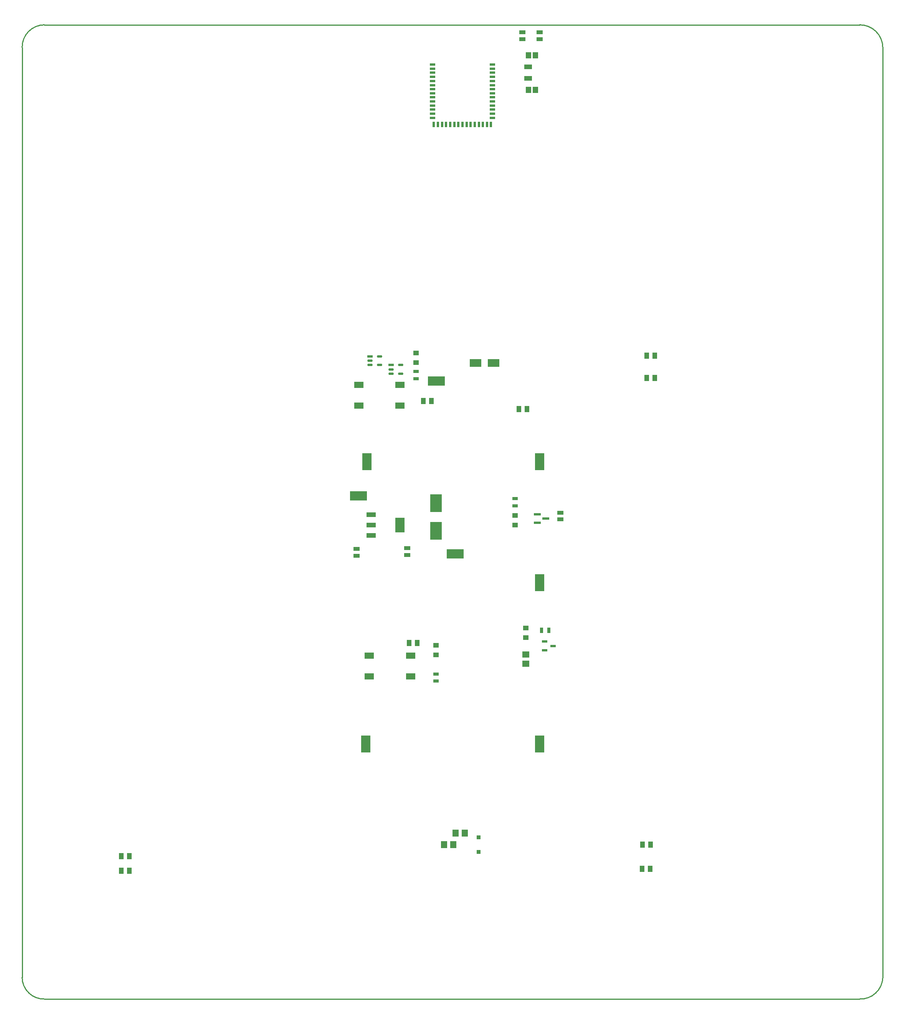
<source format=gtp>
G04*
G04 #@! TF.GenerationSoftware,Altium Limited,Altium Designer,22.10.1 (41)*
G04*
G04 Layer_Color=8421504*
%FSLAX25Y25*%
%MOIN*%
G70*
G04*
G04 #@! TF.SameCoordinates,861FA483-057D-4AEF-8965-819BABE67C1D*
G04*
G04*
G04 #@! TF.FilePolarity,Positive*
G04*
G01*
G75*
%ADD11C,0.01000*%
%ADD14R,0.02402X0.05000*%
%ADD15R,0.05000X0.02402*%
%ADD16R,0.14961X0.07992*%
%ADD17R,0.03937X0.05315*%
%ADD18R,0.08268X0.05512*%
%ADD19R,0.04724X0.04331*%
%ADD20R,0.04745X0.02095*%
G04:AMPARAMS|DCode=21|XSize=47.45mil|YSize=20.95mil|CornerRadius=10.48mil|HoleSize=0mil|Usage=FLASHONLY|Rotation=0.000|XOffset=0mil|YOffset=0mil|HoleType=Round|Shape=RoundedRectangle|*
%AMROUNDEDRECTD21*
21,1,0.04745,0.00000,0,0,0.0*
21,1,0.02650,0.02095,0,0,0.0*
1,1,0.02095,0.01325,0.00000*
1,1,0.02095,-0.01325,0.00000*
1,1,0.02095,-0.01325,0.00000*
1,1,0.02095,0.01325,0.00000*
%
%ADD21ROUNDEDRECTD21*%
%ADD22R,0.04921X0.03150*%
%ADD23R,0.05512X0.05906*%
%ADD24R,0.03740X0.03543*%
%ADD25R,0.03150X0.04921*%
%ADD26R,0.04724X0.02362*%
%ADD27R,0.09843X0.15748*%
G04:AMPARAMS|DCode=28|XSize=39.37mil|YSize=80.71mil|CornerRadius=1.97mil|HoleSize=0mil|Usage=FLASHONLY|Rotation=90.000|XOffset=0mil|YOffset=0mil|HoleType=Round|Shape=RoundedRectangle|*
%AMROUNDEDRECTD28*
21,1,0.03937,0.07677,0,0,90.0*
21,1,0.03543,0.08071,0,0,90.0*
1,1,0.00394,0.03839,0.01772*
1,1,0.00394,0.03839,-0.01772*
1,1,0.00394,-0.03839,-0.01772*
1,1,0.00394,-0.03839,0.01772*
%
%ADD28ROUNDEDRECTD28*%
G04:AMPARAMS|DCode=29|XSize=127.95mil|YSize=80.71mil|CornerRadius=2.02mil|HoleSize=0mil|Usage=FLASHONLY|Rotation=90.000|XOffset=0mil|YOffset=0mil|HoleType=Round|Shape=RoundedRectangle|*
%AMROUNDEDRECTD29*
21,1,0.12795,0.07667,0,0,90.0*
21,1,0.12392,0.08071,0,0,90.0*
1,1,0.00404,0.03834,0.06196*
1,1,0.00404,0.03834,-0.06196*
1,1,0.00404,-0.03834,-0.06196*
1,1,0.00404,-0.03834,0.06196*
%
%ADD29ROUNDEDRECTD29*%
%ADD30R,0.05906X0.05512*%
%ADD31R,0.05315X0.03740*%
%ADD32R,0.04528X0.05315*%
%ADD33R,0.07087X0.03937*%
%ADD34R,0.07992X0.14961*%
%ADD35R,0.05906X0.02362*%
%ADD36R,0.09843X0.06693*%
D11*
X19685Y846457D02*
G03*
X500Y826772I250J-19435D01*
G01*
X748032D02*
G03*
X727846Y846457I-19935J-250D01*
G01*
Y1000D02*
G03*
X748032Y19685I750J19435D01*
G01*
X500D02*
G03*
X19685Y1000I18935J250D01*
G01*
X748032Y374016D02*
Y826772D01*
X374016Y846457D02*
X728346D01*
X19685D02*
X374016D01*
X500Y472441D02*
Y826772D01*
X748032Y19685D02*
Y374016D01*
X374016Y1000D02*
X727846D01*
X500Y19685D02*
Y472441D01*
X19685Y1000D02*
X374016D01*
D14*
X358071Y760000D02*
D03*
X361614D02*
D03*
X365158D02*
D03*
X368701D02*
D03*
X372284D02*
D03*
X375827D02*
D03*
X379370D02*
D03*
X382913D02*
D03*
X386457D02*
D03*
X390000D02*
D03*
X393583D02*
D03*
X397126D02*
D03*
X400669D02*
D03*
X404213D02*
D03*
X407756D02*
D03*
D15*
X356854Y811925D02*
D03*
Y808382D02*
D03*
Y804839D02*
D03*
Y801295D02*
D03*
Y797713D02*
D03*
Y794169D02*
D03*
Y790626D02*
D03*
Y787083D02*
D03*
Y783539D02*
D03*
Y779996D02*
D03*
Y776413D02*
D03*
Y772870D02*
D03*
Y769327D02*
D03*
Y765784D02*
D03*
X408972D02*
D03*
Y769327D02*
D03*
Y772870D02*
D03*
Y776413D02*
D03*
Y779996D02*
D03*
Y783539D02*
D03*
Y787083D02*
D03*
Y790626D02*
D03*
Y794169D02*
D03*
Y797713D02*
D03*
Y801295D02*
D03*
Y804839D02*
D03*
Y808382D02*
D03*
Y811925D02*
D03*
D16*
X376668Y387500D02*
D03*
X292500Y437750D02*
D03*
X360269Y537500D02*
D03*
D17*
X356069Y520000D02*
D03*
X348982D02*
D03*
X343543Y310000D02*
D03*
X336457D02*
D03*
X93543Y125000D02*
D03*
X86457D02*
D03*
X546437Y135000D02*
D03*
X539350D02*
D03*
X438975Y512889D02*
D03*
X431889D02*
D03*
X542913Y540000D02*
D03*
X550000D02*
D03*
X542913Y559500D02*
D03*
X550000D02*
D03*
X538957Y114056D02*
D03*
X546043D02*
D03*
X86557Y112500D02*
D03*
X93644D02*
D03*
D18*
X292830Y516150D02*
D03*
X328657D02*
D03*
X292830Y533866D02*
D03*
X328657D02*
D03*
X337913Y298858D02*
D03*
X302087D02*
D03*
X337913Y281142D02*
D03*
X302087D02*
D03*
D19*
X342500Y561634D02*
D03*
Y553366D02*
D03*
X360000Y299646D02*
D03*
Y307913D02*
D03*
X437960Y323071D02*
D03*
Y314803D02*
D03*
X428700Y420634D02*
D03*
Y412366D02*
D03*
D20*
X320864Y551240D02*
D03*
X302593Y558819D02*
D03*
D21*
X320864Y547500D02*
D03*
Y543760D02*
D03*
X329136D02*
D03*
Y551240D02*
D03*
X302593Y555079D02*
D03*
Y551339D02*
D03*
X310864D02*
D03*
Y558819D02*
D03*
D22*
X342500Y539350D02*
D03*
Y545650D02*
D03*
X360000Y283150D02*
D03*
Y276850D02*
D03*
X428700Y435417D02*
D03*
Y429118D02*
D03*
D23*
X384874Y145000D02*
D03*
X377000D02*
D03*
X374874Y135000D02*
D03*
X367000D02*
D03*
D24*
X397000Y128799D02*
D03*
Y141201D02*
D03*
D25*
X451661Y321004D02*
D03*
X457960D02*
D03*
D26*
X461503Y307500D02*
D03*
X454417Y303760D02*
D03*
Y311240D02*
D03*
D27*
X359935Y431299D02*
D03*
Y407283D02*
D03*
D28*
X303500Y421372D02*
D03*
Y412317D02*
D03*
Y403262D02*
D03*
D29*
X328500Y412317D02*
D03*
D30*
X437960Y292067D02*
D03*
Y299941D02*
D03*
D31*
X334935Y392246D02*
D03*
Y386340D02*
D03*
X291000Y391559D02*
D03*
Y385653D02*
D03*
X450000Y834095D02*
D03*
Y840000D02*
D03*
X435000Y834095D02*
D03*
Y840000D02*
D03*
X468000Y423138D02*
D03*
Y417233D02*
D03*
D32*
X440413Y790000D02*
D03*
X446122D02*
D03*
X440413Y820000D02*
D03*
X446122D02*
D03*
D33*
X440000Y800000D02*
D03*
Y809842D02*
D03*
D34*
X450000Y467500D02*
D03*
X299000Y222500D02*
D03*
X300000Y467500D02*
D03*
X450000Y222500D02*
D03*
Y362500D02*
D03*
D35*
X447921Y421835D02*
D03*
Y414354D02*
D03*
X455401Y418094D02*
D03*
D36*
X410038Y552889D02*
D03*
X394290D02*
D03*
M02*

</source>
